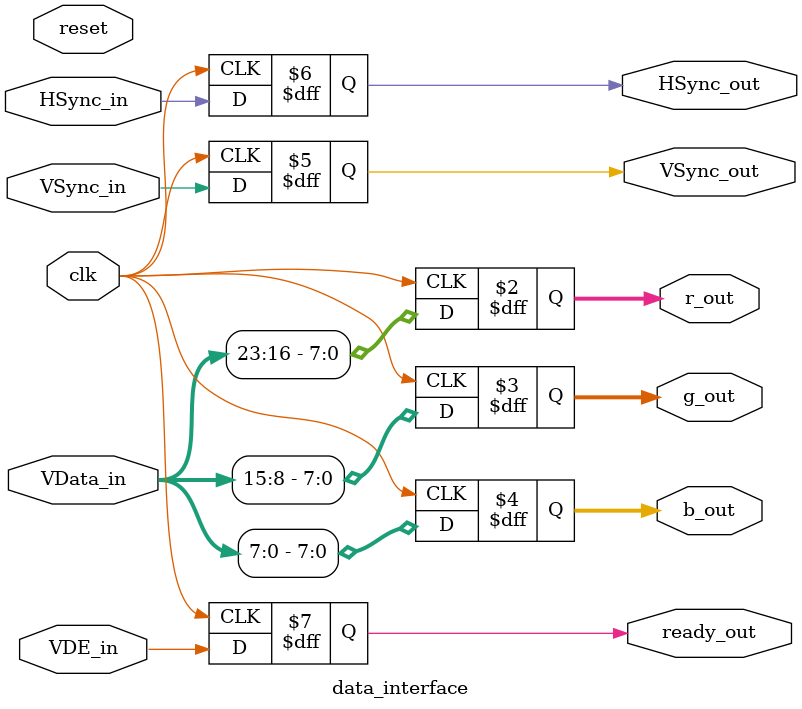
<source format=v>
`timescale 1ns / 1ps


module data_interface(
    input [23:0] VData_in,    
    input VDE_in,
    input clk,
    input reset,
    input VSync_in,
    input HSync_in,

    output reg [7:0]r_out,
    output reg [7:0]g_out,
    output reg [7:0]b_out,

    output reg VSync_out,
    output reg HSync_out,    
    output reg ready_out

);    

    always @(posedge clk) begin
        // if(reset) begin
        //     r_out <= 8'b0;
        //     b_out <= 8'b0;
        //     g_out <= 8'b0;
        //     VSync_out <= 0;
        //     HSync_out <= 0;
        //     ready_out <= 0;

        // end else begin
            r_out <= VData_in[23:16];
            g_out <= VData_in[15:8];
            b_out <= VData_in[7:0];
            VSync_out <= VSync_in;
            HSync_out <= HSync_in;
            ready_out <= VDE_in;
        //end       
    end

endmodule
</source>
